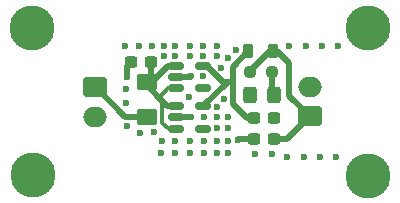
<source format=gbr>
%TF.GenerationSoftware,KiCad,Pcbnew,9.0.0*%
%TF.CreationDate,2025-04-24T23:51:43+03:00*%
%TF.ProjectId,3v3,3376332e-6b69-4636-9164-5f7063625858,rev?*%
%TF.SameCoordinates,Original*%
%TF.FileFunction,Copper,L1,Top*%
%TF.FilePolarity,Positive*%
%FSLAX46Y46*%
G04 Gerber Fmt 4.6, Leading zero omitted, Abs format (unit mm)*
G04 Created by KiCad (PCBNEW 9.0.0) date 2025-04-24 23:51:43*
%MOMM*%
%LPD*%
G01*
G04 APERTURE LIST*
G04 Aperture macros list*
%AMRoundRect*
0 Rectangle with rounded corners*
0 $1 Rounding radius*
0 $2 $3 $4 $5 $6 $7 $8 $9 X,Y pos of 4 corners*
0 Add a 4 corners polygon primitive as box body*
4,1,4,$2,$3,$4,$5,$6,$7,$8,$9,$2,$3,0*
0 Add four circle primitives for the rounded corners*
1,1,$1+$1,$2,$3*
1,1,$1+$1,$4,$5*
1,1,$1+$1,$6,$7*
1,1,$1+$1,$8,$9*
0 Add four rect primitives between the rounded corners*
20,1,$1+$1,$2,$3,$4,$5,0*
20,1,$1+$1,$4,$5,$6,$7,0*
20,1,$1+$1,$6,$7,$8,$9,0*
20,1,$1+$1,$8,$9,$2,$3,0*%
G04 Aperture macros list end*
%TA.AperFunction,SMDPad,CuDef*%
%ADD10RoundRect,0.237500X0.300000X0.237500X-0.300000X0.237500X-0.300000X-0.237500X0.300000X-0.237500X0*%
%TD*%
%TA.AperFunction,SMDPad,CuDef*%
%ADD11RoundRect,0.250000X-0.325000X-0.450000X0.325000X-0.450000X0.325000X0.450000X-0.325000X0.450000X0*%
%TD*%
%TA.AperFunction,SMDPad,CuDef*%
%ADD12RoundRect,0.218750X-0.218750X-0.381250X0.218750X-0.381250X0.218750X0.381250X-0.218750X0.381250X0*%
%TD*%
%TA.AperFunction,ComponentPad*%
%ADD13C,2.600000*%
%TD*%
%TA.AperFunction,ConnectorPad*%
%ADD14C,3.800000*%
%TD*%
%TA.AperFunction,SMDPad,CuDef*%
%ADD15RoundRect,0.237500X-0.250000X-0.237500X0.250000X-0.237500X0.250000X0.237500X-0.250000X0.237500X0*%
%TD*%
%TA.AperFunction,SMDPad,CuDef*%
%ADD16RoundRect,0.150000X-0.512500X-0.150000X0.512500X-0.150000X0.512500X0.150000X-0.512500X0.150000X0*%
%TD*%
%TA.AperFunction,ComponentPad*%
%ADD17RoundRect,0.250000X-0.750000X0.600000X-0.750000X-0.600000X0.750000X-0.600000X0.750000X0.600000X0*%
%TD*%
%TA.AperFunction,ComponentPad*%
%ADD18O,2.000000X1.700000*%
%TD*%
%TA.AperFunction,ComponentPad*%
%ADD19RoundRect,0.250000X0.750000X-0.600000X0.750000X0.600000X-0.750000X0.600000X-0.750000X-0.600000X0*%
%TD*%
%TA.AperFunction,SMDPad,CuDef*%
%ADD20RoundRect,0.250001X-0.624999X0.462499X-0.624999X-0.462499X0.624999X-0.462499X0.624999X0.462499X0*%
%TD*%
%TA.AperFunction,SMDPad,CuDef*%
%ADD21RoundRect,0.237500X-0.300000X-0.237500X0.300000X-0.237500X0.300000X0.237500X-0.300000X0.237500X0*%
%TD*%
%TA.AperFunction,ViaPad*%
%ADD22C,0.600000*%
%TD*%
%TA.AperFunction,Conductor*%
%ADD23C,0.500000*%
%TD*%
%TA.AperFunction,Conductor*%
%ADD24C,0.300000*%
%TD*%
G04 APERTURE END LIST*
D10*
%TO.P,C12,1*%
%TO.N,/3.3V*%
X81985300Y-102890000D03*
%TO.P,C12,2*%
%TO.N,DGND*%
X80260300Y-102890000D03*
%TD*%
D11*
%TO.P,D2,1,K*%
%TO.N,DGND*%
X79920000Y-99130800D03*
%TO.P,D2,2,A*%
%TO.N,Net-(D2-A)*%
X81970000Y-99130800D03*
%TD*%
D12*
%TO.P,L3,1,1*%
%TO.N,Net-(U2-OUT)*%
X79806300Y-95397000D03*
%TO.P,L3,2,2*%
%TO.N,/3.3V*%
X81931300Y-95397000D03*
%TD*%
D13*
%TO.P,H5,1,1*%
%TO.N,DGND*%
X89962000Y-105968754D03*
D14*
X89962000Y-105968754D03*
%TD*%
D15*
%TO.P,RLd,1*%
%TO.N,/3.3V*%
X79956300Y-97225800D03*
%TO.P,RLd,2*%
%TO.N,Net-(D2-A)*%
X81781300Y-97225800D03*
%TD*%
D10*
%TO.P,C10,1*%
%TO.N,RAW_D*%
X71596700Y-96311400D03*
%TO.P,C10,2*%
%TO.N,DGND*%
X69871700Y-96311400D03*
%TD*%
D16*
%TO.P,U3,1,IN*%
%TO.N,RAW_D*%
X73711500Y-100085800D03*
%TO.P,U3,2,GND*%
%TO.N,DGND*%
X73711500Y-101035800D03*
%TO.P,U3,3,EN*%
%TO.N,RAW_D*%
X73711500Y-101985800D03*
%TO.P,U3,4,NC*%
%TO.N,unconnected-(U3-NC-Pad4)*%
X75986500Y-101985800D03*
%TO.P,U3,5,OUT*%
%TO.N,Net-(U2-OUT)*%
X75986500Y-100085800D03*
%TD*%
D17*
%TO.P,J4,1,Pin_1*%
%TO.N,/RAWD_Unprotected*%
X66848000Y-98495800D03*
D18*
%TO.P,J4,2,Pin_2*%
%TO.N,DGND*%
X66848000Y-100995800D03*
%TD*%
D13*
%TO.P,H8,1,1*%
%TO.N,DGND*%
X61599050Y-105913700D03*
D14*
X61599050Y-105913700D03*
%TD*%
D13*
%TO.P,H7,1,1*%
%TO.N,DGND*%
X61488600Y-93446554D03*
D14*
X61488600Y-93446554D03*
%TD*%
D19*
%TO.P,J5,1,Pin_1*%
%TO.N,/3.3V*%
X85013800Y-100939600D03*
D18*
%TO.P,J5,2,Pin_2*%
%TO.N,DGND*%
X85013800Y-98439600D03*
%TD*%
D16*
%TO.P,U2,1,IN*%
%TO.N,RAW_D*%
X73711500Y-96641600D03*
%TO.P,U2,2,GND*%
%TO.N,DGND*%
X73711500Y-97591600D03*
%TO.P,U2,3,EN*%
%TO.N,RAW_D*%
X73711500Y-98541600D03*
%TO.P,U2,4,NC*%
%TO.N,unconnected-(U2-NC-Pad4)*%
X75986500Y-98541600D03*
%TO.P,U2,5,OUT*%
%TO.N,Net-(U2-OUT)*%
X75986500Y-96641600D03*
%TD*%
D13*
%TO.P,H6,1,1*%
%TO.N,DGND*%
X89962000Y-93421154D03*
D14*
X89962000Y-93421154D03*
%TD*%
D20*
%TO.P,F2,1*%
%TO.N,RAW_D*%
X71191400Y-98024300D03*
%TO.P,F2,2*%
%TO.N,/RAWD_Unprotected*%
X71191400Y-100999300D03*
%TD*%
D21*
%TO.P,C11,1*%
%TO.N,Net-(U2-OUT)*%
X80260300Y-101112000D03*
%TO.P,C11,2*%
%TO.N,DGND*%
X81985300Y-101112000D03*
%TD*%
D22*
%TO.N,DGND*%
X75966600Y-94995954D03*
X69464200Y-99842000D03*
X85898000Y-104363200D03*
X74823600Y-99334000D03*
X81985300Y-101112000D03*
X75966600Y-97556000D03*
X73629800Y-95803400D03*
X73579000Y-103042400D03*
X84678800Y-94965200D03*
X83078600Y-104363200D03*
X77135000Y-104033000D03*
X71801000Y-102305800D03*
X78125600Y-101950200D03*
X86075800Y-94965200D03*
X74950600Y-100985000D03*
X69388000Y-94995954D03*
X77185800Y-94995954D03*
X76093600Y-100959600D03*
X78125600Y-104049596D03*
X69542481Y-101749300D03*
X79920000Y-99130800D03*
X69515000Y-97581400D03*
X72436000Y-104083800D03*
X84501000Y-104363200D03*
X70607200Y-102331200D03*
X74849000Y-103042400D03*
X78913000Y-102915400D03*
X87244200Y-104363200D03*
X75966600Y-95803400D03*
X73579000Y-104033000D03*
X80411600Y-104109200D03*
X83256400Y-94965200D03*
X70531000Y-94995954D03*
X74849000Y-95803400D03*
X77185800Y-101899400D03*
X72461400Y-103042400D03*
X74849000Y-104033000D03*
X74849000Y-94995954D03*
X78125600Y-103058996D03*
X78797842Y-95344796D03*
X71648600Y-94995954D03*
X87422000Y-94965200D03*
X76068200Y-103042400D03*
X78125600Y-95981200D03*
X77185800Y-95803400D03*
X77160400Y-100985000D03*
X72690000Y-95803400D03*
X73629800Y-94995954D03*
X77135000Y-103042400D03*
X74976000Y-97556000D03*
X77719200Y-99461000D03*
X72690000Y-94995954D03*
X81834000Y-104109200D03*
X69464200Y-98597400D03*
X78125600Y-100976196D03*
X76068200Y-104033000D03*
X77525631Y-96835169D03*
X77160400Y-100121400D03*
%TD*%
D23*
%TO.N,DGND*%
X74899800Y-101035800D02*
X74950600Y-100985000D01*
X73711500Y-101035800D02*
X74899800Y-101035800D01*
X78938400Y-102890000D02*
X78913000Y-102915400D01*
X69540400Y-97556000D02*
X69515000Y-97581400D01*
X74976000Y-97556000D02*
X74940400Y-97591600D01*
X80260300Y-102890000D02*
X80260300Y-102837000D01*
X66970900Y-100999300D02*
X66954400Y-101015800D01*
X74940400Y-97591600D02*
X73711500Y-97591600D01*
X69540400Y-96642700D02*
X69540400Y-97556000D01*
X69871700Y-96311400D02*
X69540400Y-96642700D01*
X80260300Y-102890000D02*
X78938400Y-102890000D01*
%TO.N,Net-(U2-OUT)*%
X78481200Y-98241800D02*
X78481200Y-99870400D01*
X78481200Y-96722100D02*
X78481200Y-98241800D01*
X76002200Y-100085800D02*
X75986500Y-100085800D01*
X77643000Y-98013200D02*
X78481200Y-98013200D01*
X75986500Y-96641600D02*
X76271400Y-96641600D01*
X78481200Y-98013200D02*
X78074800Y-98013200D01*
X79806300Y-95397000D02*
X78481200Y-96722100D01*
X78481200Y-99870400D02*
X79722800Y-101112000D01*
X76271400Y-96641600D02*
X77643000Y-98013200D01*
X78074800Y-98013200D02*
X76002200Y-100085800D01*
X79722800Y-101112000D02*
X80260300Y-101112000D01*
X75986500Y-100085800D02*
X76047500Y-100146800D01*
D24*
%TO.N,RAW_D*%
X73711500Y-98541600D02*
X73025200Y-98541600D01*
D23*
X71191400Y-98024300D02*
X71596700Y-97619000D01*
X71596700Y-97619000D02*
X71596700Y-96311400D01*
X73045600Y-96641600D02*
X71662900Y-98024300D01*
X71191400Y-98024300D02*
X71191400Y-98318000D01*
X71662900Y-98024300D02*
X71191400Y-98024300D01*
X72220100Y-99346700D02*
X72959200Y-100085800D01*
D24*
X72537600Y-101474399D02*
X73049001Y-101985800D01*
D23*
X73711500Y-96641600D02*
X73045600Y-96641600D01*
X73711500Y-100085800D02*
X73650500Y-100146800D01*
X72959200Y-100085800D02*
X73711500Y-100085800D01*
X71191400Y-98318000D02*
X72220100Y-99346700D01*
D24*
X72220100Y-99346700D02*
X72537600Y-99664200D01*
X72537600Y-99664200D02*
X72537600Y-101474399D01*
X73025200Y-98541600D02*
X72220100Y-99346700D01*
D23*
X71191400Y-98267200D02*
X71191400Y-98024300D01*
D24*
X73049001Y-101985800D02*
X73711500Y-101985800D01*
D23*
%TO.N,/3.3V*%
X81931300Y-95397000D02*
X82240400Y-95397000D01*
X79956300Y-97071500D02*
X79956300Y-97225800D01*
X83256400Y-99182200D02*
X85013800Y-100939600D01*
X81931300Y-95397000D02*
X81630800Y-95397000D01*
X83063400Y-102890000D02*
X85013800Y-100939600D01*
X81985300Y-102890000D02*
X83063400Y-102890000D01*
X83256400Y-96413000D02*
X83256400Y-99182200D01*
X81630800Y-95397000D02*
X79956300Y-97071500D01*
X82240400Y-95397000D02*
X83256400Y-96413000D01*
%TO.N,/RAWD_Unprotected*%
X71191400Y-100999300D02*
X69376900Y-100999300D01*
X69376900Y-100999300D02*
X66873400Y-98495800D01*
X66873400Y-98495800D02*
X66848000Y-98495800D01*
%TO.N,Net-(D2-A)*%
X81781300Y-98942100D02*
X81970000Y-99130800D01*
X81781300Y-97225800D02*
X81781300Y-98942100D01*
%TD*%
M02*

</source>
